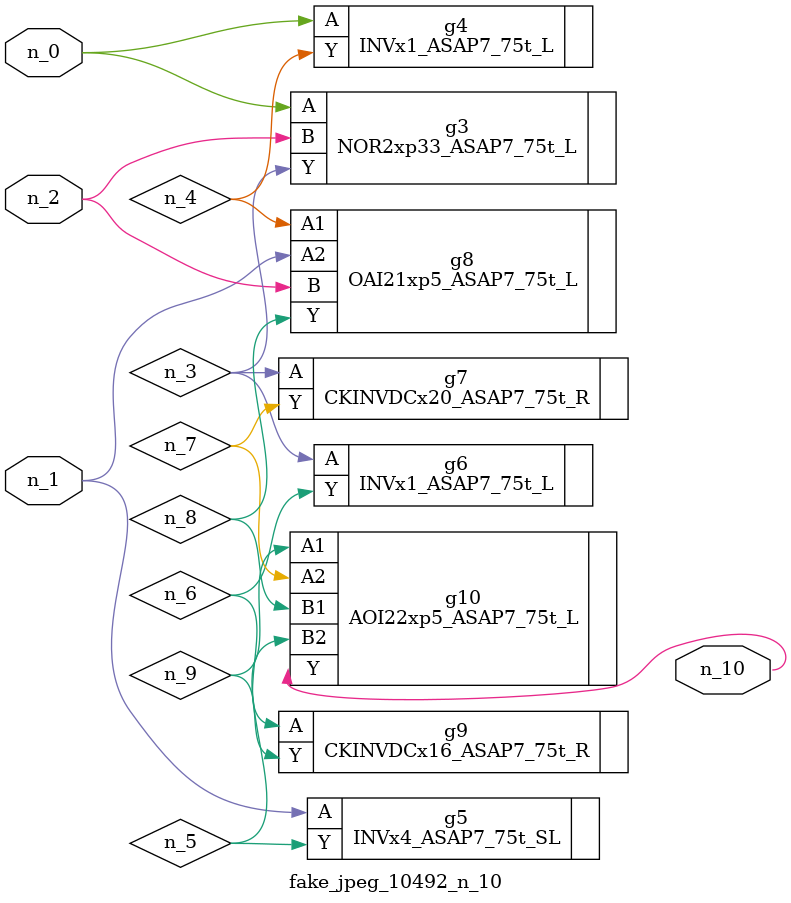
<source format=v>
module fake_jpeg_10492_n_10 (n_0, n_2, n_1, n_10);

input n_0;
input n_2;
input n_1;

output n_10;

wire n_3;
wire n_4;
wire n_8;
wire n_9;
wire n_6;
wire n_5;
wire n_7;

NOR2xp33_ASAP7_75t_L g3 ( 
.A(n_0),
.B(n_2),
.Y(n_3)
);

INVx1_ASAP7_75t_L g4 ( 
.A(n_0),
.Y(n_4)
);

INVx4_ASAP7_75t_SL g5 ( 
.A(n_1),
.Y(n_5)
);

INVx1_ASAP7_75t_L g6 ( 
.A(n_3),
.Y(n_6)
);

CKINVDCx16_ASAP7_75t_R g9 ( 
.A(n_6),
.Y(n_9)
);

CKINVDCx20_ASAP7_75t_R g7 ( 
.A(n_3),
.Y(n_7)
);

OAI21xp5_ASAP7_75t_L g8 ( 
.A1(n_4),
.A2(n_1),
.B(n_2),
.Y(n_8)
);

AOI22xp5_ASAP7_75t_L g10 ( 
.A1(n_9),
.A2(n_7),
.B1(n_8),
.B2(n_5),
.Y(n_10)
);


endmodule
</source>
